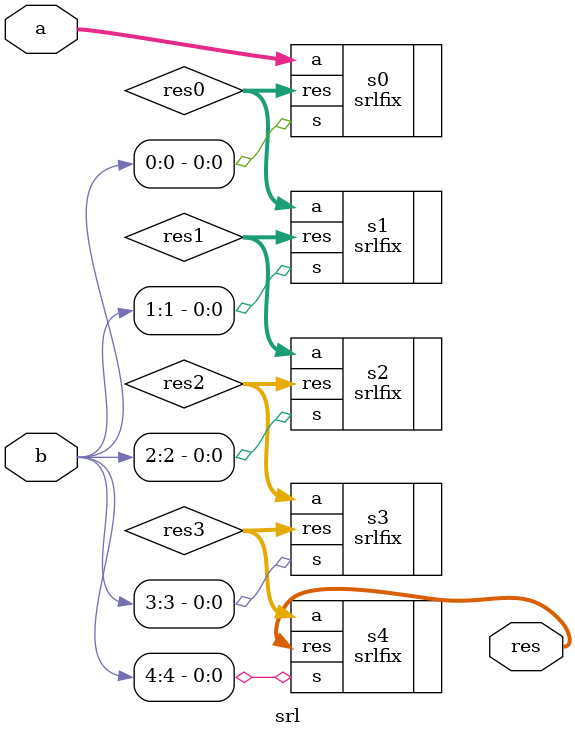
<source format=v>
module srl(a,b,res);

    input  [31:0] a;
	input  [4:0] b;
    output [31:0] res;
	
	wire [31:0] res0,res1,res2,res3;
	
	srlfix #(1) s0 (
	.a(a),
	.s(b[0]),
	.res(res0)
	);
	
	srlfix #(2) s1 (
	.a(res0),
	.s(b[1]),
	.res(res1)
	);
	
	srlfix #(4) s2 (
	.a(res1),
	.s(b[2]),
	.res(res2)
	)
	;
	srlfix #(8) s3 (
	.a(res2),
	.s(b[3]),
	.res(res3)
	)
	;
	srlfix #(16) s4 (
	.a(res3),
	.s(b[4]),
	.res(res)
	)
	;
	
endmodule
</source>
